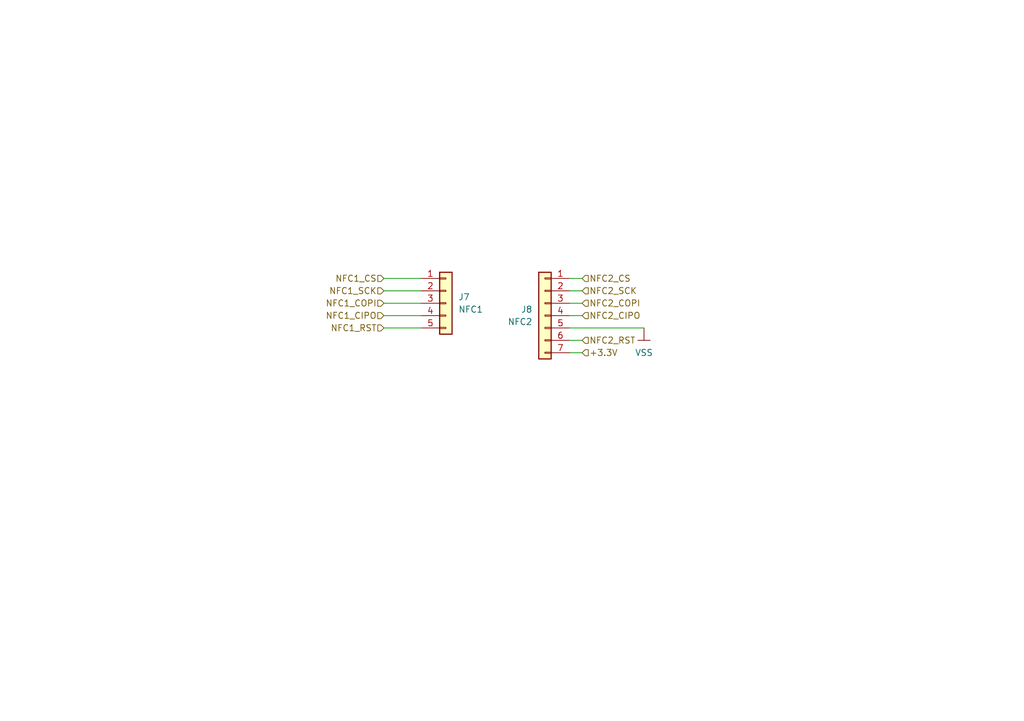
<source format=kicad_sch>
(kicad_sch (version 20230121) (generator eeschema)
  (paper "A5")
  (title_block (title "Projet Barbapapa") (date "2023-06-26") (rev "1.0") (company "Téo-CD"))
  (lib_symbols
    (symbol "00_PowerSymboles:VSS" (power) (pin_numbers hide) (pin_names hide) (in_bom no) (on_board no)
      (property "Value" "VSS" (at 0 -3.81 0))
      (symbol "VSS_0_1"
        (polyline (pts (xy -1.27 -2.54) (xy 1.27 -2.54)))
      )
      (symbol "VSS_1_1"
        (pin power_in line (at 0 0 270) (length 2.54) (name "VSS") (number "VSS"))
      )
    )
    (symbol "Connector_Generic:Conn_01x05" (pin_names (offset 1.016) hide)
      (property "Reference" "J" (at 0 7.62 0))
      (property "Value" "Conn_01x05" (at 0 -7.62 0))
      (symbol "Conn_01x05_1_1"
        (rectangle (start -1.27 -4.953) (end 0 -5.207) (stroke (width 0.1524)))
        (rectangle (start -1.27 -2.413) (end 0 -2.667) (stroke (width 0.1524)))
        (rectangle (start -1.27 0.127) (end 0 -0.127) (stroke (width 0.1524)))
        (rectangle (start -1.27 2.667) (end 0 2.413) (stroke (width 0.1524)))
        (rectangle (start -1.27 5.207) (end 0 4.953) (stroke (width 0.1524)))
        (rectangle (start -1.27 6.35) (end 1.27 -6.35) (stroke (width 0.254)) (fill (type background)))
        (pin passive line (at -5.08 5.08 0) (length 3.81) (name "Pin_1") (number "1"))
        (pin passive line (at -5.08 2.54 0) (length 3.81) (name "Pin_2") (number "2"))
        (pin passive line (at -5.08 0 0) (length 3.81) (name "Pin_3") (number "3"))
        (pin passive line (at -5.08 -2.54 0) (length 3.81) (name "Pin_4") (number "4"))
        (pin passive line (at -5.08 -5.08 0) (length 3.81) (name "Pin_5") (number "5"))
      )
    )
    (symbol "Connector_Generic:Conn_01x07" (pin_names (offset 1.016) hide)
      (property "Reference" "J" (at 0 10.16 0))
      (property "Value" "Conn_01x07" (at 0 -10.16 0))
      (symbol "Conn_01x07_1_1"
        (rectangle (start -1.27 -7.493) (end 0 -7.747) (stroke (width 0.1524)))
        (rectangle (start -1.27 -4.953) (end 0 -5.207) (stroke (width 0.1524)))
        (rectangle (start -1.27 -2.413) (end 0 -2.667) (stroke (width 0.1524)))
        (rectangle (start -1.27 0.127) (end 0 -0.127) (stroke (width 0.1524)))
        (rectangle (start -1.27 2.667) (end 0 2.413) (stroke (width 0.1524)))
        (rectangle (start -1.27 5.207) (end 0 4.953) (stroke (width 0.1524)))
        (rectangle (start -1.27 7.747) (end 0 7.493) (stroke (width 0.1524)))
        (rectangle (start -1.27 8.89) (end 1.27 -8.89) (stroke (width 0.254)) (fill (type background)))
        (pin passive line (at -5.08 7.62 0) (length 3.81) (name "Pin_1") (number "1"))
        (pin passive line (at -5.08 5.08 0) (length 3.81) (name "Pin_2") (number "2"))
        (pin passive line (at -5.08 2.54 0) (length 3.81) (name "Pin_3") (number "3"))
        (pin passive line (at -5.08 0 0) (length 3.81) (name "Pin_4") (number "4"))
        (pin passive line (at -5.08 -2.54 0) (length 3.81) (name "Pin_5") (number "5"))
        (pin passive line (at -5.08 -5.08 0) (length 3.81) (name "Pin_6") (number "6"))
        (pin passive line (at -5.08 -7.62 0) (length 3.81) (name "Pin_7") (number "7"))
      )
    )
  )
  (wire (pts (xy 116.84 67.31) (xy 132.08 67.31)))
  (wire (pts (xy 78.74 59.69) (xy 86.36 59.69)))
  (wire (pts (xy 116.84 57.15) (xy 119.38 57.15)))
  (wire (pts (xy 116.84 72.39) (xy 119.38 72.39)))
  (wire (pts (xy 78.74 67.31) (xy 86.36 67.31)))
  (wire (pts (xy 78.74 64.77) (xy 86.36 64.77)))
  (wire (pts (xy 116.84 59.69) (xy 119.38 59.69)))
  (wire (pts (xy 78.74 62.23) (xy 86.36 62.23)))
  (wire (pts (xy 78.74 57.15) (xy 86.36 57.15)))
  (wire (pts (xy 116.84 69.85) (xy 119.38 69.85)))
  (wire (pts (xy 116.84 64.77) (xy 119.38 64.77)))
  (wire (pts (xy 116.84 62.23) (xy 119.38 62.23)))
  (hierarchical_label "NFC1_CIPO" (shape input) (at 78.74 64.77 180))
  (hierarchical_label "+3.3V" (shape input) (at 119.38 72.39 0))
  (hierarchical_label "NFC1_CS" (shape input) (at 78.74 57.15 180))
  (hierarchical_label "NFC1_COPI" (shape input) (at 78.74 62.23 180))
  (hierarchical_label "NFC1_SCK" (shape input) (at 78.74 59.69 180))
  (hierarchical_label "NFC2_CS" (shape input) (at 119.38 57.15 0))
  (hierarchical_label "NFC2_CIPO" (shape input) (at 119.38 64.77 0))
  (hierarchical_label "NFC1_RST" (shape input) (at 78.74 67.31 180))
  (hierarchical_label "NFC2_COPI" (shape input) (at 119.38 62.23 0))
  (hierarchical_label "NFC2_SCK" (shape input) (at 119.38 59.69 0))
  (hierarchical_label "NFC2_RST" (shape input) (at 119.38 69.85 0))
  (symbol (lib_id "Connector_Generic:Conn_01x07") (at 111.76 64.77 0) (mirror y) (unit 1) (in_bom no)
    (property "Reference" "J8" (at 109.22 63.5 0) (effects (justify left)))
    (property "Value" "NFC2" (at 109.22 66.04 0) (effects (justify left)))
    (property "Footprint" "Connector_PinHeader_2.54mm:PinHeader_1x07_P2.54mm_Vertical" (effects hide))
  )
  (symbol (lib_id "Connector_Generic:Conn_01x05") (at 91.44 62.23 0) (unit 1) (in_bom no)
    (property "Reference" "J7" (at 93.98 60.96 0) (effects (justify left)))
    (property "Value" "NFC1" (at 93.98 63.5 0) (effects (justify left)))
    (property "Footprint" "Connector_PinHeader_2.54mm:PinHeader_1x05_P2.54mm_Vertical" (effects hide))
  )
  (symbol (lib_id "00_PowerSymboles:VSS") (at 132.08 67.31 0) (unit 1) (in_bom no) (on_board no)
    (property "Reference" "#VSS0107" (effects hide))
    (property "Value" "VSS" (at 132.08 72.39 0))
  )
)
</source>
